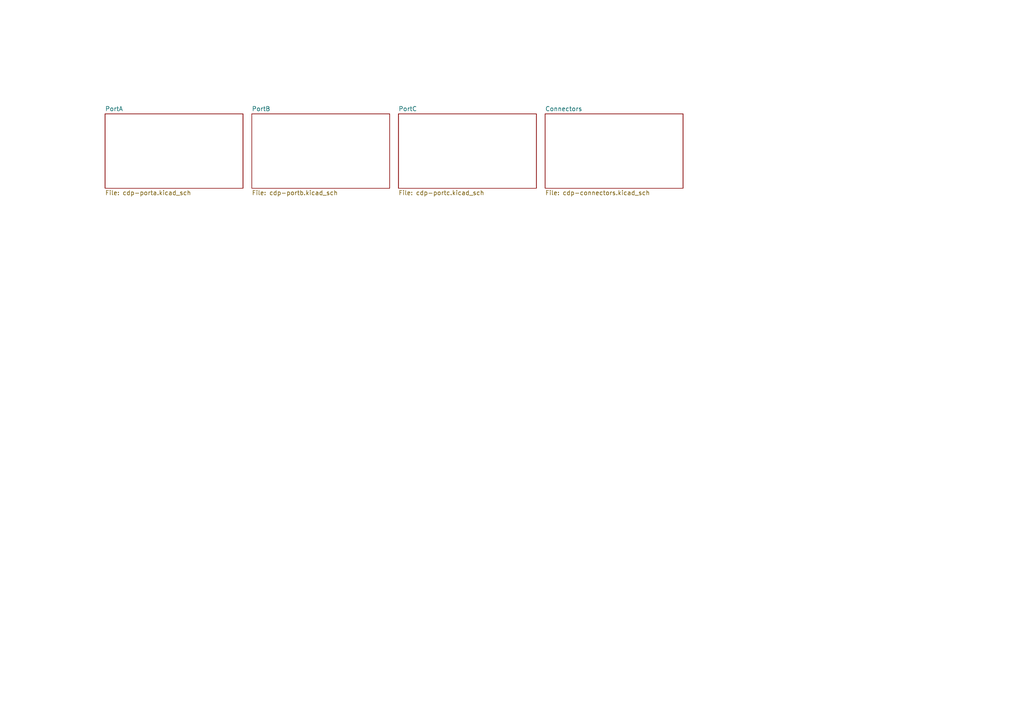
<source format=kicad_sch>
(kicad_sch (version 20230121) (generator eeschema)

  (uuid 479e9a3e-8705-41df-8009-7e8503809f49)

  (paper "A4")

  (lib_symbols
  )


  (sheet (at 115.57 33.02) (size 40.005 21.59) (fields_autoplaced)
    (stroke (width 0.1524) (type solid))
    (fill (color 0 0 0 0.0000))
    (uuid 03dab4a8-d44b-4cf8-b119-6efcff8953b4)
    (property "Sheetname" "PortC" (at 115.57 32.3084 0)
      (effects (font (size 1.27 1.27)) (justify left bottom))
    )
    (property "Sheetfile" "cdp-portc.kicad_sch" (at 115.57 55.1946 0)
      (effects (font (size 1.27 1.27)) (justify left top))
    )
    (instances
      (project "cdp-io"
        (path "/479e9a3e-8705-41df-8009-7e8503809f49" (page "4"))
      )
    )
  )

  (sheet (at 30.48 33.02) (size 40.005 21.59) (fields_autoplaced)
    (stroke (width 0.1524) (type solid))
    (fill (color 0 0 0 0.0000))
    (uuid 05095c2f-eeee-4b53-a55c-38329025afd6)
    (property "Sheetname" "PortA" (at 30.48 32.3084 0)
      (effects (font (size 1.27 1.27)) (justify left bottom))
    )
    (property "Sheetfile" "cdp-porta.kicad_sch" (at 30.48 55.1946 0)
      (effects (font (size 1.27 1.27)) (justify left top))
    )
    (instances
      (project "cdp-io"
        (path "/479e9a3e-8705-41df-8009-7e8503809f49" (page "2"))
      )
    )
  )

  (sheet (at 158.115 33.02) (size 40.005 21.59) (fields_autoplaced)
    (stroke (width 0.1524) (type solid))
    (fill (color 0 0 0 0.0000))
    (uuid 2897f7b5-ac5b-4028-af58-49b2a25964b0)
    (property "Sheetname" "Connectors" (at 158.115 32.3084 0)
      (effects (font (size 1.27 1.27)) (justify left bottom))
    )
    (property "Sheetfile" "cdp-connectors.kicad_sch" (at 158.115 55.1946 0)
      (effects (font (size 1.27 1.27)) (justify left top))
    )
    (instances
      (project "cdp-io"
        (path "/479e9a3e-8705-41df-8009-7e8503809f49" (page "5"))
      )
    )
  )

  (sheet (at 73.025 33.02) (size 40.005 21.59) (fields_autoplaced)
    (stroke (width 0.1524) (type solid))
    (fill (color 0 0 0 0.0000))
    (uuid f2f2e87f-81b0-49e1-b285-4bb1f98f04a0)
    (property "Sheetname" "PortB" (at 73.025 32.3084 0)
      (effects (font (size 1.27 1.27)) (justify left bottom))
    )
    (property "Sheetfile" "cdp-portb.kicad_sch" (at 73.025 55.1946 0)
      (effects (font (size 1.27 1.27)) (justify left top))
    )
    (instances
      (project "cdp-io"
        (path "/479e9a3e-8705-41df-8009-7e8503809f49" (page "3"))
      )
    )
  )

  (sheet_instances
    (path "/" (page "1"))
  )
)

</source>
